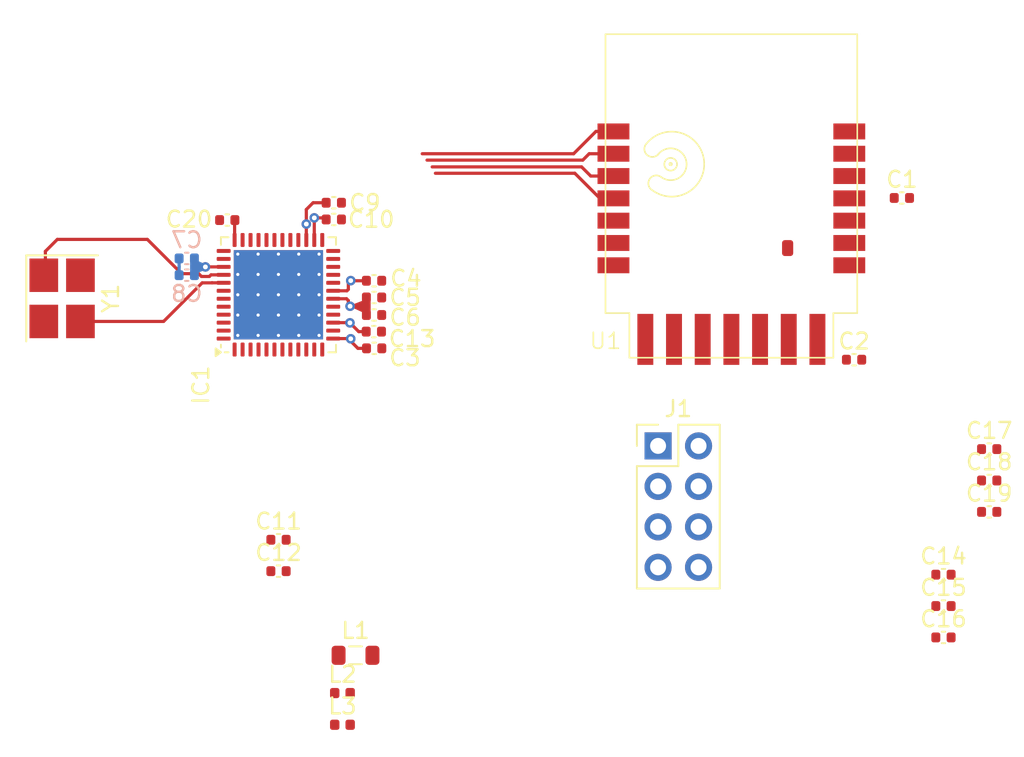
<source format=kicad_pcb>
(kicad_pcb (version 20240108) (generator "pcbnew") (generator_version "8.0")
  (layers (0 "F.Cu" signal) (31 "B.Cu" signal) (34 "B.Paste" user) (35 "F.Paste" user) (36 "B.SilkS" user "B.Silkscreen") (37 "F.SilkS" user "F.Silkscreen") (38 "B.Mask" user) (39 "F.Mask" user) (44 "Edge.Cuts" user))
  (net 0 "")
  (net 1 "GND")
  (net 2 "VDD1V")
  (net 3 "VDD_F")
  (net 4 "+1V2")
  (net 5 "+3.3V")
  (net 6 "Clock1")
  (net 7 "Clock2")
  (net 8 "VANT")
  (net 9 "ANT")
  (net 10 "Net-(C16-Pad2)")
  (net 11 "ANTENNA")
  (net 12 "RST")
  (net 24 "Net-(IC1-VDCDC)")
  (net 40 "Net-(IC1-VDCDC_SW)")
  (net 44 "CT3")
  (net 45 "CT2")
  (net 47 "CT1")
  (net 48 "CT4")
  (net 50 "Led_1")
  (net 53 "Network_STT")
  (net 54 "In_2")
  (net 55 "Led_4")
  (net 57 "Led_2")
  (net 58 "In_4")
  (net 59 "In_1")
  (net 60 "Led_3")
  (net 63 "In_3")
  (footprint "Inductor_SMD:L_0402_1005Metric" (layer "F.Cu") (at 78.6925 111.11)
    (property "Reference" "L3" (at 0 -1.17 0) (layer "F.SilkS"))
    (property "Value" "3.3nF")
    (pad "1" smd roundrect (at -0.485 0) (size 0.59 0.64) (layers "F.Cu" "F.Paste" "F.Mask") (net 10 "Net-(C16-Pad2)"))
    (pad "2" smd roundrect (at 0.485 0) (size 0.59 0.64) (layers "F.Cu" "F.Paste" "F.Mask") (net 11 "ANTENNA"))
  )
  (footprint "Capacitor_SMD:C_0402_1005Metric" (layer "F.Cu") (at 119.28 97.75)
    (property "Reference" "C19" (at 0 -1.16 0) (layer "F.SilkS"))
    (property "Value" "1pF")
    (fp_line (start -0.107836 -0.36) (end 0.107836 -0.36) (stroke (width 0.12)) (layer "F.SilkS"))
    (fp_line (start -0.107836 0.36) (end 0.107836 0.36) (stroke (width 0.12)) (layer "F.SilkS"))
    (pad "1" smd roundrect (at -0.48 0) (size 0.56 0.62) (layers "F.Cu" "F.Paste" "F.Mask") (net 11 "ANTENNA"))
    (pad "2" smd roundrect (at 0.48 0) (size 0.56 0.62) (layers "F.Cu" "F.Paste" "F.Mask") (net 1 "GND"))
  )
  (footprint "Capacitor_SMD:C_0402_1005Metric" (layer "F.Cu") (at 119.28 95.78)
    (property "Reference" "C18" (at 0 -1.16 0) (layer "F.SilkS"))
    (property "Value" "0.5pF")
    (fp_line (start -0.107836 -0.36) (end 0.107836 -0.36) (stroke (width 0.12)) (layer "F.SilkS"))
    (fp_line (start -0.107836 0.36) (end 0.107836 0.36) (stroke (width 0.12)) (layer "F.SilkS"))
    (pad "1" smd roundrect (at -0.48 0) (size 0.56 0.62) (layers "F.Cu" "F.Paste" "F.Mask") (net 11 "ANTENNA"))
    (pad "2" smd roundrect (at 0.48 0) (size 0.56 0.62) (layers "F.Cu" "F.Paste" "F.Mask") (net 1 "GND"))
  )
  (footprint "Package_DFN_QFN:QFN-48-1EP_7x7mm_P0.5mm_EP5.6x5.6mm_ThermalVias" (layer "F.Cu") (at 74.675 84.125 90)
    (property "Reference" "IC1" (at -5.6625 -4.8625 270) (layer "F.SilkS"))
    (property "Value" "TLSR8253F512ET48")
    (fp_line (start 3.61 -3.61) (end 3.61 -3.135) (stroke (width 0.12)) (layer "F.SilkS"))
    (fp_line (start 3.135 -3.61) (end 3.61 -3.61) (stroke (width 0.12)) (layer "F.SilkS"))
    (fp_line (start -3.135 -3.61) (end -3.31 -3.61) (stroke (width 0.12)) (layer "F.SilkS"))
    (fp_line (start -3.61 -3.135) (end -3.61 -3.37) (stroke (width 0.12)) (layer "F.SilkS"))
    (fp_line (start 3.61 3.61) (end 3.61 3.135) (stroke (width 0.12)) (layer "F.SilkS"))
    (fp_line (start 3.135 3.61) (end 3.61 3.61) (stroke (width 0.12)) (layer "F.SilkS"))
    (fp_line (start -3.135 3.61) (end -3.61 3.61) (stroke (width 0.12)) (layer "F.SilkS"))
    (fp_line (start -3.61 3.61) (end -3.61 3.135) (stroke (width 0.12)) (layer "F.SilkS"))
    (fp_poly (pts (xy -3.61 -3.61) (xy -3.85 -3.94) (xy -3.37 -3.94) (xy -3.61 -3.61)) (stroke (width 0.12)) (fill solid) (layer "F.SilkS"))
    (pad "1" smd roundrect (at -3.4375 -2.75 90) (size 0.875 0.25) (layers "F.Cu" "F.Paste" "F.Mask"))
    (pad "2" smd roundrect (at -3.4375 -2.25 90) (size 0.875 0.25) (layers "F.Cu" "F.Paste" "F.Mask"))
    (pad "3" smd roundrect (at -3.4375 -1.75 90) (size 0.875 0.25) (layers "F.Cu" "F.Paste" "F.Mask"))
    (pad "4" smd roundrect (at -3.4375 -1.25 90) (size 0.875 0.25) (layers "F.Cu" "F.Paste" "F.Mask"))
    (pad "5" smd roundrect (at -3.4375 -0.75 90) (size 0.875 0.25) (layers "F.Cu" "F.Paste" "F.Mask"))
    (pad "6" smd roundrect (at -3.4375 -0.25 90) (size 0.875 0.25) (layers "F.Cu" "F.Paste" "F.Mask"))
    (pad "7" smd roundrect (at -3.4375 0.25 90) (size 0.875 0.25) (layers "F.Cu" "F.Paste" "F.Mask"))
    (pad "8" smd roundrect (at -3.4375 0.75 90) (size 0.875 0.25) (layers "F.Cu" "F.Paste" "F.Mask"))
    (pad "9" smd roundrect (at -3.4375 1.25 90) (size 0.875 0.25) (layers "F.Cu" "F.Paste" "F.Mask"))
    (pad "10" smd roundrect (at -3.4375 1.75 90) (size 0.875 0.25) (layers "F.Cu" "F.Paste" "F.Mask"))
    (pad "11" smd roundrect (at -3.4375 2.25 90) (size 0.875 0.25) (layers "F.Cu" "F.Paste" "F.Mask"))
    (pad "12" smd roundrect (at -3.4375 2.75 90) (size 0.875 0.25) (layers "F.Cu" "F.Paste" "F.Mask") (net 1 "GND"))
    (pad "13" smd roundrect (at -2.75 3.4375 90) (size 0.25 0.875) (layers "F.Cu" "F.Paste" "F.Mask") (net 2 "VDD1V"))
    (pad "14" smd roundrect (at -2.25 3.4375 90) (size 0.25 0.875) (layers "F.Cu" "F.Paste" "F.Mask") (net 1 "GND"))
    (pad "15" smd roundrect (at -1.75 3.4375 90) (size 0.25 0.875) (layers "F.Cu" "F.Paste" "F.Mask") (net 5 "+3.3V"))
    (pad "16" smd roundrect (at -1.25 3.4375 90) (size 0.25 0.875) (layers "F.Cu" "F.Paste" "F.Mask") (net 40 "Net-(IC1-VDCDC_SW)"))
    (pad "17" smd roundrect (at -0.75 3.4375 90) (size 0.25 0.875) (layers "F.Cu" "F.Paste" "F.Mask") (net 24 "Net-(IC1-VDCDC)"))
    (pad "18" smd roundrect (at -0.25 3.4375 90) (size 0.25 0.875) (layers "F.Cu" "F.Paste" "F.Mask") (net 4 "+1V2"))
    (pad "19" smd roundrect (at 0.25 3.4375 90) (size 0.25 0.875) (layers "F.Cu" "F.Paste" "F.Mask") (net 3 "VDD_F"))
    (pad "20" smd roundrect (at 0.75 3.4375 90) (size 0.25 0.875) (layers "F.Cu" "F.Paste" "F.Mask"))
    (pad "21" smd roundrect (at 1.25 3.4375 90) (size 0.25 0.875) (layers "F.Cu" "F.Paste" "F.Mask"))
    (pad "22" smd roundrect (at 1.75 3.4375 90) (size 0.25 0.875) (layers "F.Cu" "F.Paste" "F.Mask"))
    (pad "23" smd roundrect (at 2.25 3.4375 90) (size 0.25 0.875) (layers "F.Cu" "F.Paste" "F.Mask"))
    (pad "24" smd roundrect (at 2.75 3.4375 90) (size 0.25 0.875) (layers "F.Cu" "F.Paste" "F.Mask"))
    (pad "25" smd roundrect (at 3.4375 2.75 90) (size 0.875 0.25) (layers "F.Cu" "F.Paste" "F.Mask"))
    (pad "26" smd roundrect (at 3.4375 2.25 90) (size 0.875 0.25) (layers "F.Cu" "F.Paste" "F.Mask") (net 5 "+3.3V"))
    (pad "27" smd roundrect (at 3.4375 1.75 90) (size 0.875 0.25) (layers "F.Cu" "F.Paste" "F.Mask") (net 5 "+3.3V"))
    (pad "28" smd roundrect (at 3.4375 1.25 90) (size 0.875 0.25) (layers "F.Cu" "F.Paste" "F.Mask"))
    (pad "29" smd roundrect (at 3.4375 0.75 90) (size 0.875 0.25) (layers "F.Cu" "F.Paste" "F.Mask"))
    (pad "30" smd roundrect (at 3.4375 0.25 90) (size 0.875 0.25) (layers "F.Cu" "F.Paste" "F.Mask"))
    (pad "31" smd roundrect (at 3.4375 -0.25 90) (size 0.875 0.25) (layers "F.Cu" "F.Paste" "F.Mask") (net 58 "In_4"))
    (pad "32" smd roundrect (at 3.4375 -0.75 90) (size 0.875 0.25) (layers "F.Cu" "F.Paste" "F.Mask") (net 63 "In_3"))
    (pad "33" smd roundrect (at 3.4375 -1.25 90) (size 0.875 0.25) (layers "F.Cu" "F.Paste" "F.Mask") (net 54 "In_2"))
    (pad "34" smd roundrect (at 3.4375 -1.75 90) (size 0.875 0.25) (layers "F.Cu" "F.Paste" "F.Mask") (net 59 "In_1"))
    (pad "35" smd roundrect (at 3.4375 -2.25 90) (size 0.875 0.25) (layers "F.Cu" "F.Paste" "F.Mask"))
    (pad "36" smd roundrect (at 3.4375 -2.75 90) (size 0.875 0.25) (layers "F.Cu" "F.Paste" "F.Mask") (net 12 "RST"))
    (pad "37" smd roundrect (at 2.75 -3.4375 90) (size 0.25 0.875) (layers "F.Cu" "F.Paste" "F.Mask") (net 8 "VANT"))
    (pad "38" smd roundrect (at 2.25 -3.4375 90) (size 0.25 0.875) (layers "F.Cu" "F.Paste" "F.Mask") (net 9 "ANT"))
    (pad "39" smd roundrect (at 1.75 -3.4375 90) (size 0.25 0.875) (layers "F.Cu" "F.Paste" "F.Mask") (net 4 "+1V2"))
    (pad "40" smd roundrect (at 1.25 -3.4375 90) (size 0.25 0.875) (layers "F.Cu" "F.Paste" "F.Mask") (net 6 "Clock1"))
    (pad "41" smd roundrect (at 0.75 -3.4375 90) (size 0.25 0.875) (layers "F.Cu" "F.Paste" "F.Mask") (net 7 "Clock2"))
    (pad "42" smd roundrect (at 0.25 -3.4375 90) (size 0.25 0.875) (layers "F.Cu" "F.Paste" "F.Mask"))
    (pad "43" smd roundrect (at -0.25 -3.4375 90) (size 0.25 0.875) (layers "F.Cu" "F.Paste" "F.Mask"))
    (pad "44" smd roundrect (at -0.75 -3.4375 90) (size 0.25 0.875) (layers "F.Cu" "F.Paste" "F.Mask"))
    (pad "45" smd roundrect (at -1.25 -3.4375 90) (size 0.25 0.875) (layers "F.Cu" "F.Paste" "F.Mask"))
    (pad "46" smd roundrect (at -1.75 -3.4375 90) (size 0.25 0.875) (layers "F.Cu" "F.Paste" "F.Mask"))
    (pad "47" smd roundrect (at -2.25 -3.4375 90) (size 0.25 0.875) (layers "F.Cu" "F.Paste" "F.Mask"))
    (pad "48" smd roundrect (at -2.75 -3.4375 90) (size 0.25 0.875) (layers "F.Cu" "F.Paste" "F.Mask"))
    (pad "49" thru_hole circle (at -2.55 -2.55 90) (size 0.5 0.5) (drill 0.2) (property pad_prop_heatsink) (layers "*.Cu") (net 1 "GND"))
    (pad "49" thru_hole circle (at -2.55 -1.275 90) (size 0.5 0.5) (drill 0.2) (property pad_prop_heatsink) (layers "*.Cu") (net 1 "GND"))
    (pad "49" thru_hole circle (at -2.55 0 90) (size 0.5 0.5) (drill 0.2) (property pad_prop_heatsink) (layers "*.Cu") (net 1 "GND"))
    (pad "49" thru_hole circle (at -2.55 1.275 90) (size 0.5 0.5) (drill 0.2) (property pad_prop_heatsink) (layers "*.Cu") (net 1 "GND"))
    (pad "49" thru_hole circle (at -2.55 2.55 90) (size 0.5 0.5) (drill 0.2) (property pad_prop_heatsink) (layers "*.Cu") (net 1 "GND"))
    (pad "49" thru_hole circle (at -1.275 -2.55 90) (size 0.5 0.5) (drill 0.2) (property pad_prop_heatsink) (layers "*.Cu") (net 1 "GND"))
    (pad "49" thru_hole circle (at -1.275 -1.275 90) (size 0.5 0.5) (drill 0.2) (property pad_prop_heatsink) (layers "*.Cu") (net 1 "GND"))
    (pad "49" thru_hole circle (at -1.275 0 90) (size 0.5 0.5) (drill 0.2) (property pad_prop_heatsink) (layers "*.Cu") (net 1 "GND"))
    (pad "49" thru_hole circle (at -1.275 1.275 90) (size 0.5 0.5) (drill 0.2) (property pad_prop_heatsink) (layers "*.Cu") (net 1 "GND"))
    (pad "49" thru_hole circle (at -1.275 2.55 90) (size 0.5 0.5) (drill 0.2) (property pad_prop_heatsink) (layers "*.Cu") (net 1 "GND"))
    (pad "49" thru_hole circle (at 0 -2.55 90) (size 0.5 0.5) (drill 0.2) (property pad_prop_heatsink) (layers "*.Cu") (net 1 "GND"))
    (pad "49" thru_hole circle (at 0 -1.275 90) (size 0.5 0.5) (drill 0.2) (property pad_prop_heatsink) (layers "*.Cu") (net 1 "GND"))
    (pad "49" thru_hole circle (at 0 0 90) (size 0.5 0.5) (drill 0.2) (property pad_prop_heatsink) (layers "*.Cu") (net 1 "GND"))
    (pad "49" smd rect (at 0 0 90) (size 5.6 5.6) (property pad_prop_heatsink) (layers "F.Cu" "F.Mask") (net 1 "GND"))
    (pad "49" smd rect (at 0 0 90) (size 5.6 5.6) (property pad_prop_heatsink) (layers "B.Cu") (net 1 "GND"))
    (pad "49" thru_hole circle (at 0 1.275 90) (size 0.5 0.5) (drill 0.2) (property pad_prop_heatsink) (layers "*.Cu") (net 1 "GND"))
    (pad "49" thru_hole circle (at 0 2.55 90) (size 0.5 0.5) (drill 0.2) (property pad_prop_heatsink) (layers "*.Cu") (net 1 "GND"))
    (pad "49" thru_hole circle (at 1.275 -2.55 90) (size 0.5 0.5) (drill 0.2) (property pad_prop_heatsink) (layers "*.Cu") (net 1 "GND"))
    (pad "49" thru_hole circle (at 1.275 -1.275 90) (size 0.5 0.5) (drill 0.2) (property pad_prop_heatsink) (layers "*.Cu") (net 1 "GND"))
    (pad "49" thru_hole circle (at 1.275 0 90) (size 0.5 0.5) (drill 0.2) (property pad_prop_heatsink) (layers "*.Cu") (net 1 "GND"))
    (pad "49" thru_hole circle (at 1.275 1.275 90) (size 0.5 0.5) (drill 0.2) (property pad_prop_heatsink) (layers "*.Cu") (net 1 "GND"))
    (pad "49" thru_hole circle (at 1.275 2.55 90) (size 0.5 0.5) (drill 0.2) (property pad_prop_heatsink) (layers "*.Cu") (net 1 "GND"))
    (pad "49" thru_hole circle (at 2.55 -2.55 90) (size 0.5 0.5) (drill 0.2) (property pad_prop_heatsink) (layers "*.Cu") (net 1 "GND"))
    (pad "49" thru_hole circle (at 2.55 -1.275 90) (size 0.5 0.5) (drill 0.2) (property pad_prop_heatsink) (layers "*.Cu") (net 1 "GND"))
    (pad "49" thru_hole circle (at 2.55 0 90) (size 0.5 0.5) (drill 0.2) (property pad_prop_heatsink) (layers "*.Cu") (net 1 "GND"))
    (pad "49" thru_hole circle (at 2.55 1.275 90) (size 0.5 0.5) (drill 0.2) (property pad_prop_heatsink) (layers "*.Cu") (net 1 "GND"))
    (pad "49" thru_hole circle (at 2.55 2.55 90) (size 0.5 0.5) (drill 0.2) (property pad_prop_heatsink) (layers "*.Cu") (net 1 "GND"))
  )
  (footprint "Capacitor_SMD:C_0402_1005Metric" (layer "F.Cu") (at 80.6625 86.4375)
    (property "Reference" "C13" (at 2.4 0.45 360) (layer "F.SilkS"))
    (property "Value" "1µF")
    (fp_line (start -0.107836 -0.36) (end 0.107836 -0.36) (stroke (width 0.12)) (layer "F.SilkS"))
    (fp_line (start -0.107836 0.36) (end 0.107836 0.36) (stroke (width 0.12)) (layer "F.SilkS"))
    (pad "1" smd roundrect (at -0.48 0) (size 0.56 0.62) (layers "F.Cu" "F.Paste" "F.Mask") (net 5 "+3.3V"))
    (pad "2" smd roundrect (at 0.48 0) (size 0.56 0.62) (layers "F.Cu" "F.Paste" "F.Mask") (net 1 "GND"))
  )
  (footprint "Capacitor_SMD:C_0402_1005Metric" (layer "F.Cu") (at 74.68 99.5)
    (property "Reference" "C11" (at 0 -1.16 0) (layer "F.SilkS"))
    (property "Value" "1µF")
    (fp_line (start -0.107836 -0.36) (end 0.107836 -0.36) (stroke (width 0.12)) (layer "F.SilkS"))
    (fp_line (start -0.107836 0.36) (end 0.107836 0.36) (stroke (width 0.12)) (layer "F.SilkS"))
    (pad "1" smd roundrect (at -0.48 0) (size 0.56 0.62) (layers "F.Cu" "F.Paste" "F.Mask") (net 6 "Clock1"))
    (pad "2" smd roundrect (at 0.48 0) (size 0.56 0.62) (layers "F.Cu" "F.Paste" "F.Mask") (net 1 "GND"))
  )
  (footprint "Inductor_SMD:L_0402_1005Metric" (layer "F.Cu") (at 78.6925 109.12)
    (property "Reference" "L2" (at 0 -1.17 0) (layer "F.SilkS"))
    (property "Value" "1.3nH")
    (pad "1" smd roundrect (at -0.485 0) (size 0.59 0.64) (layers "F.Cu" "F.Paste" "F.Mask") (net 9 "ANT"))
    (pad "2" smd roundrect (at 0.485 0) (size 0.59 0.64) (layers "F.Cu" "F.Paste" "F.Mask") (net 8 "VANT"))
  )
  (footprint "Footprint_Rang_Dong:Wifi CBU" (layer "F.Cu") (at 95.2 67.775)
    (property "Reference" "U1" (at 0 19.25 0) (layer "F.SilkS") (effects (font (thickness 0.1))))
    (property "Value" "Wifi" (hide yes))
    (fp_line (start 0 0) (end 15.8 0) (stroke (width 0.1)) (layer "F.SilkS"))
    (fp_line (start 0 17.5) (end 0 0) (stroke (width 0.1)) (layer "F.SilkS"))
    (fp_line (start 1.5 17.5) (end 0 17.5) (stroke (width 0.1)) (layer "F.SilkS"))
    (fp_line (start 1.5 20.3) (end 1.5 17.5) (stroke (width 0.1)) (layer "F.SilkS"))
    (fp_line (start 14.3 17.5) (end 14.3 20.3) (stroke (width 0.1)) (layer "F.SilkS"))
    (fp_line (start 14.3 20.3) (end 1.5 20.3) (stroke (width 0.1)) (layer "F.SilkS"))
    (fp_line (start 15.8 0) (end 15.8 17.5) (stroke (width 0.1)) (layer "F.SilkS"))
    (fp_line (start 15.8 17.5) (end 14.3 17.5) (stroke (width 0.1)) (layer "F.SilkS"))
    (fp_arc (start 2.553623 6.890139) (mid 6.181538 7.911426) (end 2.894056 9.75459) (stroke (width 0.1)) (layer "F.SilkS"))
    (fp_arc (start 2.89 9.76) (mid 2.79 9.06) (end 3.49 8.96) (stroke (width 0.1)) (layer "F.SilkS"))
    (fp_arc (start 3.29 7.56) (mid 5.079949 8.018579) (end 3.49 8.96) (stroke (width 0.1)) (layer "F.SilkS"))
    (fp_arc (start 3.34 7.5) (mid 2.64 7.6) (end 2.54 6.9) (stroke (width 0.1)) (layer "F.SilkS"))
    (fp_circle (center 4.09 8.15) (end 4.12 8.15) (stroke (width 0.1)) (fill none) (layer "F.SilkS"))
    (fp_circle (center 4.09 8.16) (end 4.49 8.16) (stroke (width 0.1)) (fill none) (layer "F.SilkS"))
    (pad "1" smd rect (at 0.5 6.1) (size 2 1) (layers "F.Cu" "F.Paste" "F.Mask") (net 59 "In_1"))
    (pad "2" smd rect (at 0.5 7.5) (size 2 1) (layers "F.Cu" "F.Paste" "F.Mask") (net 54 "In_2"))
    (pad "3" smd rect (at 0.5 8.9) (size 2 1) (layers "F.Cu" "F.Paste" "F.Mask") (net 63 "In_3"))
    (pad "4" smd rect (at 0.5 10.3) (size 2 1) (layers "F.Cu" "F.Paste" "F.Mask") (net 58 "In_4"))
    (pad "5" smd rect (at 0.5 11.7) (size 2 1) (layers "F.Cu" "F.Paste" "F.Mask"))
    (pad "6" smd rect (at 0.5 13.1) (size 2 1) (layers "F.Cu" "F.Paste" "F.Mask"))
    (pad "7" smd rect (at 0.5 14.5) (size 2 1) (layers "F.Cu" "F.Paste" "F.Mask"))
    (pad "8" smd rect (at 2.5 19.15 270) (size 3.2 1) (layers "F.Cu" "F.Paste" "F.Mask") (net 47 "CT1"))
    (pad "9" smd rect (at 4.3 19.15 270) (size 3.2 1) (layers "F.Cu" "F.Paste" "F.Mask") (net 47 "CT1"))
    (pad "10" smd rect (at 6.1 19.15 270) (size 3.2 1) (layers "F.Cu" "F.Paste" "F.Mask") (net 47 "CT1"))
    (pad "11" smd rect (at 7.9 19.15 270) (size 3.2 1) (layers "F.Cu" "F.Paste" "F.Mask") (net 47 "CT1"))
    (pad "12" smd rect (at 9.7 19.15 270) (size 3.2 1) (layers "F.Cu" "F.Paste" "F.Mask") (net 53 "Network_STT"))
    (pad "13" smd rect (at 11.5 19.15 270) (size 3.2 1) (layers "F.Cu" "F.Paste" "F.Mask") (net 1 "GND"))
    (pad "14" smd rect (at 13.3 19.15 270) (size 3.2 1) (layers "F.Cu" "F.Paste" "F.Mask") (net 5 "+3.3V"))
    (pad "15" smd rect (at 15.3 14.5) (size 2 1) (layers "F.Cu" "F.Paste" "F.Mask"))
    (pad "16" smd rect (at 15.3 13.1) (size 2 1) (layers "F.Cu" "F.Paste" "F.Mask"))
    (pad "17" smd rect (at 15.3 11.7) (size 2 1) (layers "F.Cu" "F.Paste" "F.Mask") (net 50 "Led_1"))
    (pad "18" smd rect (at 15.3 10.3) (size 2 1) (layers "F.Cu" "F.Paste" "F.Mask") (net 5 "+3.3V"))
    (pad "19" smd rect (at 15.3 8.9) (size 2 1) (layers "F.Cu" "F.Paste" "F.Mask") (net 57 "Led_2"))
    (pad "20" smd rect (at 15.3 7.5) (size 2 1) (layers "F.Cu" "F.Paste" "F.Mask") (net 60 "Led_3"))
    (pad "21" smd rect (at 15.3 6.1) (size 2 1) (layers "F.Cu" "F.Paste" "F.Mask") (net 55 "Led_4"))
    (pad "TP" smd roundrect (at 11.43 13.42) (size 0.7 1) (layers "F.Cu" "F.Paste" "F.Mask"))
  )
  (footprint "Capacitor_SMD:C_0402_1005Metric" (layer "F.Cu") (at 78.15 78.35)
    (property "Reference" "C9" (at 1.95 0 180) (layer "F.SilkS"))
    (property "Value" "1µF")
    (fp_line (start -0.107836 -0.36) (end 0.107836 -0.36) (stroke (width 0.12)) (layer "F.SilkS"))
    (fp_line (start -0.107836 0.36) (end 0.107836 0.36) (stroke (width 0.12)) (layer "F.SilkS"))
    (pad "1" smd roundrect (at -0.48 0) (size 0.56 0.62) (layers "F.Cu" "F.Paste" "F.Mask") (net 5 "+3.3V"))
    (pad "2" smd roundrect (at 0.48 0) (size 0.56 0.62) (layers "F.Cu" "F.Paste" "F.Mask") (net 1 "GND"))
  )
  (footprint "Capacitor_SMD:C_0402_1005Metric" (layer "F.Cu") (at 116.41 103.66)
    (property "Reference" "C15" (at 0 -1.16 0) (layer "F.SilkS"))
    (property "Value" "2.7pF")
    (fp_line (start -0.107836 -0.36) (end 0.107836 -0.36) (stroke (width 0.12)) (layer "F.SilkS"))
    (fp_line (start -0.107836 0.36) (end 0.107836 0.36) (stroke (width 0.12)) (layer "F.SilkS"))
    (pad "1" smd roundrect (at -0.48 0) (size 0.56 0.62) (layers "F.Cu" "F.Paste" "F.Mask") (net 9 "ANT"))
    (pad "2" smd roundrect (at 0.48 0) (size 0.56 0.62) (layers "F.Cu" "F.Paste" "F.Mask") (net 1 "GND"))
  )
  (footprint "Capacitor_SMD:C_0402_1005Metric" (layer "F.Cu") (at 116.41 101.69)
    (property "Reference" "C14" (at 0 -1.16 0) (layer "F.SilkS"))
    (property "Value" "18pF")
    (fp_line (start -0.107836 -0.36) (end 0.107836 -0.36) (stroke (width 0.12)) (layer "F.SilkS"))
    (fp_line (start -0.107836 0.36) (end 0.107836 0.36) (stroke (width 0.12)) (layer "F.SilkS"))
    (pad "1" smd roundrect (at -0.48 0) (size 0.56 0.62) (layers "F.Cu" "F.Paste" "F.Mask") (net 8 "VANT"))
    (pad "2" smd roundrect (at 0.48 0) (size 0.56 0.62) (layers "F.Cu" "F.Paste" "F.Mask") (net 1 "GND"))
  )
  (footprint "Capacitor_SMD:C_0402_1005Metric" (layer "F.Cu") (at 74.68 101.47)
    (property "Reference" "C12" (at 0 -1.16 0) (layer "F.SilkS"))
    (property "Value" "1µF")
    (fp_line (start -0.107836 -0.36) (end 0.107836 -0.36) (stroke (width 0.12)) (layer "F.SilkS"))
    (fp_line (start -0.107836 0.36) (end 0.107836 0.36) (stroke (width 0.12)) (layer "F.SilkS"))
    (pad "1" smd roundrect (at -0.48 0) (size 0.56 0.62) (layers "F.Cu" "F.Paste" "F.Mask") (net 7 "Clock2"))
    (pad "2" smd roundrect (at 0.48 0) (size 0.56 0.62) (layers "F.Cu" "F.Paste" "F.Mask") (net 1 "GND"))
  )
  (footprint "Capacitor_SMD:C_0402_1005Metric" (layer "F.Cu") (at 113.8 78.05)
    (property "Reference" "C1" (at 0 -1.16 0) (layer "F.SilkS"))
    (property "Value" "0.1µF")
    (fp_line (start -0.107836 -0.36) (end 0.107836 -0.36) (stroke (width 0.12)) (layer "F.SilkS"))
    (fp_line (start -0.107836 0.36) (end 0.107836 0.36) (stroke (width 0.12)) (layer "F.SilkS"))
    (pad "1" smd roundrect (at -0.48 0) (size 0.56 0.62) (layers "F.Cu" "F.Paste" "F.Mask") (net 5 "+3.3V"))
    (pad "2" smd roundrect (at 0.48 0) (size 0.56 0.62) (layers "F.Cu" "F.Paste" "F.Mask") (net 1 "GND"))
  )
  (footprint "Capacitor_SMD:C_0402_1005Metric" (layer "F.Cu") (at 119.28 93.81)
    (property "Reference" "C17" (at 0 -1.16 0) (layer "F.SilkS"))
    (property "Value" "2pF")
    (fp_line (start -0.107836 -0.36) (end 0.107836 -0.36) (stroke (width 0.12)) (layer "F.SilkS"))
    (fp_line (start -0.107836 0.36) (end 0.107836 0.36) (stroke (width 0.12)) (layer "F.SilkS"))
    (pad "1" smd roundrect (at -0.48 0) (size 0.56 0.62) (layers "F.Cu" "F.Paste" "F.Mask") (net 10 "Net-(C16-Pad2)"))
    (pad "2" smd roundrect (at 0.48 0) (size 0.56 0.62) (layers "F.Cu" "F.Paste" "F.Mask") (net 1 "GND"))
  )
  (footprint "Capacitor_SMD:C_0402_1005Metric" (layer "F.Cu") (at 116.41 105.63)
    (property "Reference" "C16" (at 0 -1.16 0) (layer "F.SilkS"))
    (property "Value" "220pF")
    (fp_line (start -0.107836 -0.36) (end 0.107836 -0.36) (stroke (width 0.12)) (layer "F.SilkS"))
    (fp_line (start -0.107836 0.36) (end 0.107836 0.36) (stroke (width 0.12)) (layer "F.SilkS"))
    (pad "1" smd roundrect (at -0.48 0) (size 0.56 0.62) (layers "F.Cu" "F.Paste" "F.Mask") (net 9 "ANT"))
    (pad "2" smd roundrect (at 0.48 0) (size 0.56 0.62) (layers "F.Cu" "F.Paste" "F.Mask") (net 10 "Net-(C16-Pad2)"))
  )
  (footprint "Capacitor_SMD:C_0402_1005Metric" (layer "F.Cu") (at 110.8 88.2)
    (property "Reference" "C2" (at 0 -1.16 0) (layer "F.SilkS"))
    (property "Value" "10µF")
    (fp_line (start -0.107836 -0.36) (end 0.107836 -0.36) (stroke (width 0.12)) (layer "F.SilkS"))
    (fp_line (start -0.107836 0.36) (end 0.107836 0.36) (stroke (width 0.12)) (layer "F.SilkS"))
    (pad "1" smd roundrect (at -0.48 0) (size 0.56 0.62) (layers "F.Cu" "F.Paste" "F.Mask") (net 5 "+3.3V"))
    (pad "2" smd roundrect (at 0.48 0) (size 0.56 0.62) (layers "F.Cu" "F.Paste" "F.Mask") (net 1 "GND"))
  )
  (footprint "Capacitor_SMD:C_0402_1005Metric" (layer "F.Cu") (at 78.15 79.4)
    (property "Reference" "C10" (at 2.35 0 360) (layer "F.SilkS"))
    (property "Value" "1µF")
    (fp_line (start -0.107836 -0.36) (end 0.107836 -0.36) (stroke (width 0.12)) (layer "F.SilkS"))
    (fp_line (start -0.107836 0.36) (end 0.107836 0.36) (stroke (width 0.12)) (layer "F.SilkS"))
    (pad "1" smd roundrect (at -0.48 0) (size 0.56 0.62) (layers "F.Cu" "F.Paste" "F.Mask") (net 5 "+3.3V"))
    (pad "2" smd roundrect (at 0.48 0) (size 0.56 0.62) (layers "F.Cu" "F.Paste" "F.Mask") (net 1 "GND"))
  )
  (footprint "Capacitor_SMD:C_0402_1005Metric" (layer "F.Cu") (at 71.4625 79.4375)
    (property "Reference" "C20" (at -2.4 -0.05 360) (layer "F.SilkS"))
    (property "Value" "1µF")
    (fp_line (start -0.107836 -0.36) (end 0.107836 -0.36) (stroke (width 0.12)) (layer "F.SilkS"))
    (fp_line (start -0.107836 0.36) (end 0.107836 0.36) (stroke (width 0.12)) (layer "F.SilkS"))
    (pad "1" smd roundrect (at -0.48 0) (size 0.56 0.62) (layers "F.Cu" "F.Paste" "F.Mask") (net 1 "GND"))
    (pad "2" smd roundrect (at 0.48 0) (size 0.56 0.62) (layers "F.Cu" "F.Paste" "F.Mask") (net 12 "RST"))
  )
  (footprint "Capacitor_SMD:C_0402_1005Metric" (layer "F.Cu") (at 80.675549 83.245445)
    (property "Reference" "C4" (at 2 -0.15 360) (layer "F.SilkS"))
    (property "Value" "1µF")
    (fp_line (start -0.107836 -0.36) (end 0.107836 -0.36) (stroke (width 0.12)) (layer "F.SilkS"))
    (fp_line (start -0.107836 0.36) (end 0.107836 0.36) (stroke (width 0.12)) (layer "F.SilkS"))
    (pad "1" smd roundrect (at -0.48 0) (size 0.56 0.62) (layers "F.Cu" "F.Paste" "F.Mask") (net 3 "VDD_F"))
    (pad "2" smd roundrect (at 0.48 0) (size 0.56 0.62) (layers "F.Cu" "F.Paste" "F.Mask") (net 1 "GND"))
  )
  (footprint "Footprint_Rang_Dong:Crystal_SMD_3225" (layer "F.Cu") (at 61.1 84.35 -90)
    (property "Reference" "Y1" (at 0 -3.05 90) (layer "F.SilkS"))
    (property "Value" "Crystal_GND24_Small")
    (fp_line (start -2.7 2.25) (end 2.7 2.25) (stroke (width 0.12)) (layer "F.SilkS"))
    (fp_line (start -2.7 -2.25) (end -2.7 2.25) (stroke (width 0.12)) (layer "F.SilkS"))
    (pad "1" smd rect (at -1.45 1.15 270) (size 2.1 1.8) (layers "F.Cu" "F.Paste" "F.Mask") (net 6 "Clock1"))
    (pad "2" smd rect (at 1.45 1.15 270) (size 2.1 1.8) (layers "F.Cu" "F.Paste" "F.Mask") (net 1 "GND"))
    (pad "3" smd rect (at 1.45 -1.15 270) (size 2.1 1.8) (layers "F.Cu" "F.Paste" "F.Mask") (net 7 "Clock2"))
    (pad "4" smd rect (at -1.45 -1.15 270) (size 2.1 1.8) (layers "F.Cu" "F.Paste" "F.Mask") (net 1 "GND"))
  )
  (footprint "Capacitor_SMD:C_0402_1005Metric" (layer "F.Cu") (at 80.675549 85.395445 180)
    (property "Reference" "C6" (at -1.95 -0.15 180) (layer "F.SilkS"))
    (property "Value" "1µF")
    (fp_line (start -0.107836 0.36) (end 0.107836 0.36) (stroke (width 0.12)) (layer "F.SilkS"))
    (fp_line (start -0.107836 -0.36) (end 0.107836 -0.36) (stroke (width 0.12)) (layer "F.SilkS"))
    (pad "1" smd roundrect (at -0.48 0 180) (size 0.56 0.62) (layers "F.Cu" "F.Paste" "F.Mask") (net 1 "GND"))
    (pad "2" smd roundrect (at 0.48 0 180) (size 0.56 0.62) (layers "F.Cu" "F.Paste" "F.Mask") (net 4 "+1V2"))
  )
  (footprint "Capacitor_SMD:C_0402_1005Metric" (layer "F.Cu") (at 80.675549 84.295445)
    (property "Reference" "C5" (at 1.95 0 360) (layer "F.SilkS"))
    (property "Value" "0.1µF")
    (fp_line (start -0.107836 -0.36) (end 0.107836 -0.36) (stroke (width 0.12)) (layer "F.SilkS"))
    (fp_line (start -0.107836 0.36) (end 0.107836 0.36) (stroke (width 0.12)) (layer "F.SilkS"))
    (pad "1" smd roundrect (at -0.48 0) (size 0.56 0.62) (layers "F.Cu" "F.Paste" "F.Mask") (net 4 "+1V2"))
    (pad "2" smd roundrect (at 0.48 0) (size 0.56 0.62) (layers "F.Cu" "F.Paste" "F.Mask") (net 1 "GND"))
  )
  (footprint "Connector_PinHeader_2.54mm:PinHeader_2x04_P2.54mm_Vertical" (layer "F.Cu") (at 98.5 93.61)
    (property "Reference" "J1" (at 1.27 -2.33 0) (layer "F.SilkS"))
    (property "Value" "Conn_02x04_Counter_Clockwise")
    (fp_line (start -1.33 -1.33) (end 0 -1.33) (stroke (width 0.12)) (layer "F.SilkS"))
    (fp_line (start -1.33 0) (end -1.33 -1.33) (stroke (width 0.12)) (layer "F.SilkS"))
    (fp_line (start -1.33 1.27) (end -1.33 8.95) (stroke (width 0.12)) (layer "F.SilkS"))
    (fp_line (start -1.33 1.27) (end 1.27 1.27) (stroke (width 0.12)) (layer "F.SilkS"))
    (fp_line (start -1.33 8.95) (end 3.87 8.95) (stroke (width 0.12)) (layer "F.SilkS"))
    (fp_line (start 1.27 -1.33) (end 3.87 -1.33) (stroke (width 0.12)) (layer "F.SilkS"))
    (fp_line (start 1.27 1.27) (end 1.27 -1.33) (stroke (width 0.12)) (layer "F.SilkS"))
    (fp_line (start 3.87 -1.33) (end 3.87 8.95) (stroke (width 0.12)) (layer "F.SilkS"))
    (pad "1" thru_hole rect (at 0 0) (size 1.7 1.7) (drill 1) (layers "*.Cu" "*.Mask"))
    (pad "2" thru_hole oval (at 2.54 0) (size 1.7 1.7) (drill 1) (layers "*.Cu" "*.Mask") (net 48 "CT4"))
    (pad "3" thru_hole oval (at 0 2.54) (size 1.7 1.7) (drill 1) (layers "*.Cu" "*.Mask") (net 44 "CT3"))
    (pad "4" thru_hole oval (at 2.54 2.54) (size 1.7 1.7) (drill 1) (layers "*.Cu" "*.Mask") (net 45 "CT2"))
    (pad "5" thru_hole oval (at 0 5.08) (size 1.7 1.7) (drill 1) (layers "*.Cu" "*.Mask") (net 47 "CT1"))
    (pad "6" thru_hole oval (at 2.54 5.08) (size 1.7 1.7) (drill 1) (layers "*.Cu" "*.Mask"))
    (pad "7" thru_hole oval (at 0 7.62) (size 1.7 1.7) (drill 1) (layers "*.Cu" "*.Mask") (net 1 "GND"))
    (pad "8" thru_hole oval (at 2.54 7.62) (size 1.7 1.7) (drill 1) (layers "*.Cu" "*.Mask") (net 5 "+3.3V"))
  )
  (footprint "Inductor_SMD:L_0805_2012Metric" (layer "F.Cu") (at 79.5125 106.75)
    (property "Reference" "L1" (at 0 -1.55 0) (layer "F.SilkS"))
    (property "Value" "47µH")
    (fp_line (start -0.399622 -0.56) (end 0.399622 -0.56) (stroke (width 0.12)) (layer "F.SilkS"))
    (fp_line (start -0.399622 0.56) (end 0.399622 0.56) (stroke (width 0.12)) (layer "F.SilkS"))
    (pad "1" smd roundrect (at -1.0625 0) (size 0.875 1.2) (layers "F.Cu" "F.Paste" "F.Mask") (net 24 "Net-(IC1-VDCDC)"))
    (pad "2" smd roundrect (at 1.0625 0) (size 0.875 1.2) (layers "F.Cu" "F.Paste" "F.Mask") (net 40 "Net-(IC1-VDCDC_SW)"))
  )
  (footprint "Capacitor_SMD:C_0402_1005Metric" (layer "F.Cu") (at 80.6825 87.4875)
    (property "Reference" "C3" (at 1.93 0.6 360) (layer "F.SilkS"))
    (property "Value" "1µF")
    (fp_line (start -0.107836 -0.36) (end 0.107836 -0.36) (stroke (width 0.12)) (layer "F.SilkS"))
    (fp_line (start -0.107836 0.36) (end 0.107836 0.36) (stroke (width 0.12)) (layer "F.SilkS"))
    (pad "1" smd roundrect (at -0.48 0) (size 0.56 0.62) (layers "F.Cu" "F.Paste" "F.Mask") (net 2 "VDD1V"))
    (pad "2" smd roundrect (at 0.48 0) (size 0.56 0.62) (layers "F.Cu" "F.Paste" "F.Mask") (net 1 "GND"))
  )
  (footprint "Capacitor_SMD:C_0402_1005Metric" (layer "B.Cu") (at 68.9225 82.895)
    (property "Reference" "C8" (at 0 1.16 360) (layer "B.SilkS") (effects (justify mirror)))
    (property "Value" "2.2µF")
    (fp_line (start 0.107836 -0.36) (end -0.107836 -0.36) (stroke (width 0.12)) (layer "B.SilkS"))
    (fp_line (start 0.107836 0.36) (end -0.107836 0.36) (stroke (width 0.12)) (layer "B.SilkS"))
    (pad "1" smd roundrect (at -0.48 0) (size 0.56 0.62) (layers "B.Cu" "B.Paste" "B.Mask") (net 4 "+1V2"))
    (pad "2" smd roundrect (at 0.48 0) (size 0.56 0.62) (layers "B.Cu" "B.Paste" "B.Mask") (net 1 "GND"))
  )
  (footprint "Capacitor_SMD:C_0402_1005Metric" (layer "B.Cu") (at 68.9225 81.845 180)
    (property "Reference" "C7" (at 0 1.16 180) (layer "B.SilkS") (effects (justify mirror)))
    (property "Value" "0.1µF")
    (fp_line (start 0.107836 0.36) (end -0.107836 0.36) (stroke (width 0.12)) (layer "B.SilkS"))
    (fp_line (start 0.107836 -0.36) (end -0.107836 -0.36) (stroke (width 0.12)) (layer "B.SilkS"))
    (pad "1" smd roundrect (at -0.48 0 180) (size 0.56 0.62) (layers "B.Cu" "B.Paste" "B.Mask") (net 1 "GND"))
    (pad "2" smd roundrect (at 0.48 0 180) (size 0.56 0.62) (layers "B.Cu" "B.Paste" "B.Mask") (net 4 "+1V2"))
  )
  (gr_poly (pts (xy 79.3375 84.8875) (xy 79.9875 85.1875) (xy 80.4125 85.1875) (xy 80.4125 84.5375) (xy 79.9875 84.5375) (xy 79.3375 84.7875)) (stroke (width 0.1)) (fill solid) (layer "F.Cu") (net 4))
  (gr_poly (pts (xy 70.255252 82.345672) (xy 69.605252 82.045672) (xy 69.180252 82.045672) (xy 69.180252 82.695672) (xy 69.605252 82.695672) (xy 70.255252 82.445672)) (stroke (width 0.1)) (fill solid) (layer "B.Cu") (net 4))
  (segment (start 79.0625 86.8875) (end 79.05 86.875) (width 0.2) (layer "F.Cu") (net 2))
  (segment (start 79.05 86.875) (end 78.1125 86.875) (width 0.2) (layer "F.Cu") (net 2))
  (segment (start 79.2125 86.8875) (end 79.2125 87.0375) (width 0.2) (layer "F.Cu") (net 2))
  (segment (start 80.1525 87.4875) (end 80.2025 87.5375) (width 0.2) (layer "F.Cu") (net 2))
  (segment (start 79.6625 87.4875) (end 80.1525 87.4875) (width 0.2) (layer "F.Cu") (net 2))
  (segment (start 79.2125 87.0375) (end 79.6625 87.4875) (width 0.2) (layer "F.Cu") (net 2))
  (segment (start 79.2125 86.8875) (end 79.0625 86.8875) (width 0.2) (layer "F.Cu") (net 2))
  (via (at 79.2125 86.8875) (size 0.6) (drill 0.3) (layers "F.Cu" "B.Cu") (net 2))
  (segment (start 78.975 83.875) (end 78.1125 83.875) (width 0.2) (layer "F.Cu") (net 3))
  (segment (start 79.0625 83.7875) (end 78.975 83.875) (width 0.2) (layer "F.Cu") (net 3))
  (segment (start 79.2125 83.2375) (end 79.220445 83.245445) (width 0.2) (layer "F.Cu") (net 3))
  (segment (start 79.220445 83.245445) (end 80.195549 83.245445) (width 0.2) (layer "F.Cu") (net 3))
  (segment (start 79.2125 83.2375) (end 79.0625 83.3875) (width 0.2) (layer "F.Cu") (net 3))
  (segment (start 79.0625 83.3875) (end 79.0625 83.7875) (width 0.2) (layer "F.Cu") (net 3))
  (via (at 79.2125 83.2375) (size 0.6) (drill 0.3) (layers "F.Cu" "B.Cu") (net 3))
  (segment (start 71.2375 82.375) (end 70.095 82.375) (width 0.2) (layer "F.Cu") (net 4))
  (segment (start 80.183049 84.832945) (end 80.195549 84.845445) (width 0.2) (layer "F.Cu") (net 4))
  (segment (start 78.95 84.375) (end 78.1125 84.375) (width 0.2) (layer "F.Cu") (net 4))
  (segment (start 79.170445 84.845445) (end 79.182945 84.832945) (width 0.2) (layer "F.Cu") (net 4))
  (segment (start 79.0625 84.4875) (end 78.95 84.375) (width 0.2) (layer "F.Cu") (net 4))
  (segment (start 79.170445 84.845445) (end 79.0625 84.7375) (width 0.2) (layer "F.Cu") (net 4))
  (segment (start 80.195549 84.795445) (end 80.195549 84.295445) (width 0.2) (layer "F.Cu") (net 4))
  (segment (start 80.195549 85.395445) (end 80.195549 84.795445) (width 0.2) (layer "F.Cu") (net 4))
  (segment (start 70.095 82.375) (end 70.0925 82.3775) (width 0.2) (layer "F.Cu") (net 4))
  (segment (start 79.550549 84.845445) (end 79.170445 84.845445) (width 0.2) (layer "F.Cu") (net 4))
  (segment (start 79.563049 84.832945) (end 79.550549 84.845445) (width 0.2) (layer "F.Cu") (net 4))
  (segment (start 79.0625 84.7375) (end 79.0625 84.4875) (width 0.2) (layer "F.Cu") (net 4))
  (segment (start 79.182945 84.832945) (end 80.183049 84.832945) (width 0.2) (layer "F.Cu") (net 4))
  (segment (start 70.0925 82.3775) (end 70.09 82.375) (width 0.2) (layer "F.Cu") (net 4))
  (via (at 70.0925 82.3775) (size 0.6) (drill 0.3) (layers "F.Cu" "B.Cu") (net 4))
  (via (at 79.170445 84.845445) (size 0.6) (drill 0.3) (layers "F.Cu" "B.Cu") (net 4))
  (segment (start 68.4425 82.895) (end 68.4425 82.37) (width 0.2) (layer "B.Cu") (net 4))
  (segment (start 68.4425 82.37) (end 68.4425 81.845) (width 0.2) (layer "B.Cu") (net 4))
  (segment (start 76.425 78.775) (end 76.85 78.35) (width 0.2) (layer "F.Cu") (net 5))
  (segment (start 79.7125 86.4375) (end 80.1825 86.4375) (width 0.2) (layer "F.Cu") (net 5))
  (segment (start 77.57 79.3) (end 77.67 79.4) (width 0.2) (layer "F.Cu") (net 5))
  (segment (start 76.85 78.35) (end 77.67 78.35) (width 0.2) (layer "F.Cu") (net 5))
  (segment (start 78.95 85.875) (end 78.9625 85.8875) (width 0.2) (layer "F.Cu") (net 5))
  (segment (start 78.9625 85.8875) (end 79.1625 85.8875) (width 0.2) (layer "F.Cu") (net 5))
  (segment (start 78.1125 85.875) (end 78.95 85.875) (width 0.2) (layer "F.Cu") (net 5))
  (segment (start 76.925 79.3) (end 77.57 79.3) (width 0.2) (layer "F.Cu") (net 5))
  (segment (start 79.1625 85.8875) (end 79.7125 86.4375) (width 0.2) (layer "F.Cu") (net 5))
  (segment (start 76.425 79.6875) (end 76.425 80.6875) (width 0.2) (layer "F.Cu") (net 5))
  (segment (start 76.925 79.3) (end 76.925 80.6875) (width 0.2) (layer "F.Cu") (net 5))
  (segment (start 76.425 79.6875) (end 76.425 78.775) (width 0.2) (layer "F.Cu") (net 5))
  (via (at 76.925 79.3) (size 0.6) (drill 0.3) (layers "F.Cu" "B.Cu") (net 5))
  (via (at 76.425 79.6875) (size 0.6) (drill 0.3) (layers "F.Cu" "B.Cu") (net 5))
  (via (at 79.1625 85.8875) (size 0.6) (drill 0.3) (layers "F.Cu" "B.Cu") (net 5))
  (segment (start 60.8 80.65) (end 66.45 80.65) (width 0.2) (layer "F.Cu") (net 6))
  (segment (start 60.05 81.4) (end 60.8 80.65) (width 0.2) (layer "F.Cu") (net 6))
  (segment (start 60.05 82.9) (end 60.05 81.4) (width 0.2) (layer "F.Cu") (net 6))
  (segment (start 66.45 80.65) (end 68.6 82.8) (width 0.2) (layer "F.Cu") (net 6))
  (segment (start 70.443529 82.875) (end 71.2375 82.875) (width 0.2) (layer "F.Cu") (net 6))
  (segment (start 70.341029 82.9775) (end 70.443529 82.875) (width 0.2) (layer "F.Cu") (net 6))
  (segment (start 68.6 82.8) (end 69.666471 82.8) (width 0.2) (layer "F.Cu") (net 6))
  (segment (start 69.666471 82.8) (end 69.843971 82.9775) (width 0.2) (layer "F.Cu") (net 6))
  (segment (start 69.843971 82.9775) (end 70.341029 82.9775) (width 0.2) (layer "F.Cu") (net 6))
  (segment (start 71.2375 83.375) (end 70.509215 83.375) (width 0.2) (layer "F.Cu") (net 7))
  (segment (start 69.889608 83.3775) (end 67.467108 85.8) (width 0.2) (layer "F.Cu") (net 7))
  (segment (start 67.467108 85.8) (end 62.35 85.8) (width 0.2) (layer "F.Cu") (net 7))
  (segment (start 70.506715 83.3775) (end 69.889608 83.3775) (width 0.2) (layer "F.Cu") (net 7))
  (segment (start 70.509215 83.375) (end 70.506715 83.3775) (width 0.2) (layer "F.Cu") (net 7))
  (segment (start 71.925 79.49) (end 71.8725 79.4375) (width 0.2) (layer "F.Cu") (net 12))
  (segment (start 71.925 80.6875) (end 71.925 79.49) (width 0.2) (layer "F.Cu") (net 12))
  (segment (start 94.175 75.275) (end 95.7 75.275) (width 0.2) (layer "F.Cu") (net 54))
  (segment (start 84 75.675) (end 93.775 75.675) (width 0.2) (layer "F.Cu") (net 54))
  (segment (start 93.775 75.675) (end 94.175 75.275) (width 0.2) (layer "F.Cu") (net 54))
  (segment (start 93.275 76.5) (end 94.85 78.075) (width 0.2) (layer "F.Cu") (net 58))
  (segment (start 94.85 78.075) (end 95.7 78.075) (width 0.2) (layer "F.Cu") (net 58))
  (segment (start 84.525 76.5) (end 93.275 76.5) (width 0.2) (layer "F.Cu") (net 58))
  (segment (start 93.2 75.275) (end 94.6 73.875) (width 0.2) (layer "F.Cu") (net 59))
  (segment (start 94.6 73.875) (end 95.7 73.875) (width 0.2) (layer "F.Cu") (net 59))
  (segment (start 83.7 75.275) (end 93.2 75.275) (width 0.2) (layer "F.Cu") (net 59))
  (segment (start 93.7 76.1) (end 94.275 76.675) (width 0.2) (layer "F.Cu") (net 63))
  (segment (start 94.275 76.675) (end 95.7 76.675) (width 0.2) (layer "F.Cu") (net 63))
  (segment (start 84.325 76.1) (end 93.7 76.1) (width 0.2) (layer "F.Cu") (net 63))
)
</source>
